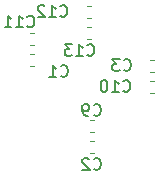
<source format=gbr>
G04 #@! TF.GenerationSoftware,KiCad,Pcbnew,(5.1.0)-1*
G04 #@! TF.CreationDate,2019-03-25T06:45:32-06:00*
G04 #@! TF.ProjectId,ParkingSystem,5061726b-696e-4675-9379-7374656d2e6b,v01*
G04 #@! TF.SameCoordinates,Original*
G04 #@! TF.FileFunction,Legend,Bot*
G04 #@! TF.FilePolarity,Positive*
%FSLAX46Y46*%
G04 Gerber Fmt 4.6, Leading zero omitted, Abs format (unit mm)*
G04 Created by KiCad (PCBNEW (5.1.0)-1) date 2019-03-25 06:45:32*
%MOMM*%
%LPD*%
G04 APERTURE LIST*
%ADD10C,0.120000*%
%ADD11C,0.150000*%
G04 APERTURE END LIST*
D10*
X96691267Y-57152000D02*
X96348733Y-57152000D01*
X96691267Y-56132000D02*
X96348733Y-56132000D01*
X101771267Y-64518000D02*
X101428733Y-64518000D01*
X101771267Y-63498000D02*
X101428733Y-63498000D01*
X106851267Y-57660000D02*
X106508733Y-57660000D01*
X106851267Y-56640000D02*
X106508733Y-56640000D01*
X101771267Y-62740000D02*
X101428733Y-62740000D01*
X101771267Y-61720000D02*
X101428733Y-61720000D01*
X106851267Y-59438000D02*
X106508733Y-59438000D01*
X106851267Y-58418000D02*
X106508733Y-58418000D01*
X96691267Y-55374000D02*
X96348733Y-55374000D01*
X96691267Y-54354000D02*
X96348733Y-54354000D01*
X101517267Y-53088000D02*
X101174733Y-53088000D01*
X101517267Y-52068000D02*
X101174733Y-52068000D01*
X101517267Y-54866000D02*
X101174733Y-54866000D01*
X101517267Y-53846000D02*
X101174733Y-53846000D01*
D11*
X98972666Y-58015142D02*
X99020285Y-58062761D01*
X99163142Y-58110380D01*
X99258380Y-58110380D01*
X99401238Y-58062761D01*
X99496476Y-57967523D01*
X99544095Y-57872285D01*
X99591714Y-57681809D01*
X99591714Y-57538952D01*
X99544095Y-57348476D01*
X99496476Y-57253238D01*
X99401238Y-57158000D01*
X99258380Y-57110380D01*
X99163142Y-57110380D01*
X99020285Y-57158000D01*
X98972666Y-57205619D01*
X98020285Y-58110380D02*
X98591714Y-58110380D01*
X98306000Y-58110380D02*
X98306000Y-57110380D01*
X98401238Y-57253238D01*
X98496476Y-57348476D01*
X98591714Y-57396095D01*
X101766666Y-65889142D02*
X101814285Y-65936761D01*
X101957142Y-65984380D01*
X102052380Y-65984380D01*
X102195238Y-65936761D01*
X102290476Y-65841523D01*
X102338095Y-65746285D01*
X102385714Y-65555809D01*
X102385714Y-65412952D01*
X102338095Y-65222476D01*
X102290476Y-65127238D01*
X102195238Y-65032000D01*
X102052380Y-64984380D01*
X101957142Y-64984380D01*
X101814285Y-65032000D01*
X101766666Y-65079619D01*
X101385714Y-65079619D02*
X101338095Y-65032000D01*
X101242857Y-64984380D01*
X101004761Y-64984380D01*
X100909523Y-65032000D01*
X100861904Y-65079619D01*
X100814285Y-65174857D01*
X100814285Y-65270095D01*
X100861904Y-65412952D01*
X101433333Y-65984380D01*
X100814285Y-65984380D01*
X104306666Y-57507142D02*
X104354285Y-57554761D01*
X104497142Y-57602380D01*
X104592380Y-57602380D01*
X104735238Y-57554761D01*
X104830476Y-57459523D01*
X104878095Y-57364285D01*
X104925714Y-57173809D01*
X104925714Y-57030952D01*
X104878095Y-56840476D01*
X104830476Y-56745238D01*
X104735238Y-56650000D01*
X104592380Y-56602380D01*
X104497142Y-56602380D01*
X104354285Y-56650000D01*
X104306666Y-56697619D01*
X103973333Y-56602380D02*
X103354285Y-56602380D01*
X103687619Y-56983333D01*
X103544761Y-56983333D01*
X103449523Y-57030952D01*
X103401904Y-57078571D01*
X103354285Y-57173809D01*
X103354285Y-57411904D01*
X103401904Y-57507142D01*
X103449523Y-57554761D01*
X103544761Y-57602380D01*
X103830476Y-57602380D01*
X103925714Y-57554761D01*
X103973333Y-57507142D01*
X101766666Y-61317142D02*
X101814285Y-61364761D01*
X101957142Y-61412380D01*
X102052380Y-61412380D01*
X102195238Y-61364761D01*
X102290476Y-61269523D01*
X102338095Y-61174285D01*
X102385714Y-60983809D01*
X102385714Y-60840952D01*
X102338095Y-60650476D01*
X102290476Y-60555238D01*
X102195238Y-60460000D01*
X102052380Y-60412380D01*
X101957142Y-60412380D01*
X101814285Y-60460000D01*
X101766666Y-60507619D01*
X101290476Y-61412380D02*
X101100000Y-61412380D01*
X101004761Y-61364761D01*
X100957142Y-61317142D01*
X100861904Y-61174285D01*
X100814285Y-60983809D01*
X100814285Y-60602857D01*
X100861904Y-60507619D01*
X100909523Y-60460000D01*
X101004761Y-60412380D01*
X101195238Y-60412380D01*
X101290476Y-60460000D01*
X101338095Y-60507619D01*
X101385714Y-60602857D01*
X101385714Y-60840952D01*
X101338095Y-60936190D01*
X101290476Y-60983809D01*
X101195238Y-61031428D01*
X101004761Y-61031428D01*
X100909523Y-60983809D01*
X100861904Y-60936190D01*
X100814285Y-60840952D01*
X104274857Y-59285142D02*
X104322476Y-59332761D01*
X104465333Y-59380380D01*
X104560571Y-59380380D01*
X104703428Y-59332761D01*
X104798666Y-59237523D01*
X104846285Y-59142285D01*
X104893904Y-58951809D01*
X104893904Y-58808952D01*
X104846285Y-58618476D01*
X104798666Y-58523238D01*
X104703428Y-58428000D01*
X104560571Y-58380380D01*
X104465333Y-58380380D01*
X104322476Y-58428000D01*
X104274857Y-58475619D01*
X103322476Y-59380380D02*
X103893904Y-59380380D01*
X103608190Y-59380380D02*
X103608190Y-58380380D01*
X103703428Y-58523238D01*
X103798666Y-58618476D01*
X103893904Y-58666095D01*
X102703428Y-58380380D02*
X102608190Y-58380380D01*
X102512952Y-58428000D01*
X102465333Y-58475619D01*
X102417714Y-58570857D01*
X102370095Y-58761333D01*
X102370095Y-58999428D01*
X102417714Y-59189904D01*
X102465333Y-59285142D01*
X102512952Y-59332761D01*
X102608190Y-59380380D01*
X102703428Y-59380380D01*
X102798666Y-59332761D01*
X102846285Y-59285142D01*
X102893904Y-59189904D01*
X102941523Y-58999428D01*
X102941523Y-58761333D01*
X102893904Y-58570857D01*
X102846285Y-58475619D01*
X102798666Y-58428000D01*
X102703428Y-58380380D01*
X96146857Y-53824142D02*
X96194476Y-53871761D01*
X96337333Y-53919380D01*
X96432571Y-53919380D01*
X96575428Y-53871761D01*
X96670666Y-53776523D01*
X96718285Y-53681285D01*
X96765904Y-53490809D01*
X96765904Y-53347952D01*
X96718285Y-53157476D01*
X96670666Y-53062238D01*
X96575428Y-52967000D01*
X96432571Y-52919380D01*
X96337333Y-52919380D01*
X96194476Y-52967000D01*
X96146857Y-53014619D01*
X95194476Y-53919380D02*
X95765904Y-53919380D01*
X95480190Y-53919380D02*
X95480190Y-52919380D01*
X95575428Y-53062238D01*
X95670666Y-53157476D01*
X95765904Y-53205095D01*
X94242095Y-53919380D02*
X94813523Y-53919380D01*
X94527809Y-53919380D02*
X94527809Y-52919380D01*
X94623047Y-53062238D01*
X94718285Y-53157476D01*
X94813523Y-53205095D01*
X98940857Y-52935142D02*
X98988476Y-52982761D01*
X99131333Y-53030380D01*
X99226571Y-53030380D01*
X99369428Y-52982761D01*
X99464666Y-52887523D01*
X99512285Y-52792285D01*
X99559904Y-52601809D01*
X99559904Y-52458952D01*
X99512285Y-52268476D01*
X99464666Y-52173238D01*
X99369428Y-52078000D01*
X99226571Y-52030380D01*
X99131333Y-52030380D01*
X98988476Y-52078000D01*
X98940857Y-52125619D01*
X97988476Y-53030380D02*
X98559904Y-53030380D01*
X98274190Y-53030380D02*
X98274190Y-52030380D01*
X98369428Y-52173238D01*
X98464666Y-52268476D01*
X98559904Y-52316095D01*
X97607523Y-52125619D02*
X97559904Y-52078000D01*
X97464666Y-52030380D01*
X97226571Y-52030380D01*
X97131333Y-52078000D01*
X97083714Y-52125619D01*
X97036095Y-52220857D01*
X97036095Y-52316095D01*
X97083714Y-52458952D01*
X97655142Y-53030380D01*
X97036095Y-53030380D01*
X101226857Y-56237142D02*
X101274476Y-56284761D01*
X101417333Y-56332380D01*
X101512571Y-56332380D01*
X101655428Y-56284761D01*
X101750666Y-56189523D01*
X101798285Y-56094285D01*
X101845904Y-55903809D01*
X101845904Y-55760952D01*
X101798285Y-55570476D01*
X101750666Y-55475238D01*
X101655428Y-55380000D01*
X101512571Y-55332380D01*
X101417333Y-55332380D01*
X101274476Y-55380000D01*
X101226857Y-55427619D01*
X100274476Y-56332380D02*
X100845904Y-56332380D01*
X100560190Y-56332380D02*
X100560190Y-55332380D01*
X100655428Y-55475238D01*
X100750666Y-55570476D01*
X100845904Y-55618095D01*
X99941142Y-55332380D02*
X99322095Y-55332380D01*
X99655428Y-55713333D01*
X99512571Y-55713333D01*
X99417333Y-55760952D01*
X99369714Y-55808571D01*
X99322095Y-55903809D01*
X99322095Y-56141904D01*
X99369714Y-56237142D01*
X99417333Y-56284761D01*
X99512571Y-56332380D01*
X99798285Y-56332380D01*
X99893523Y-56284761D01*
X99941142Y-56237142D01*
M02*

</source>
